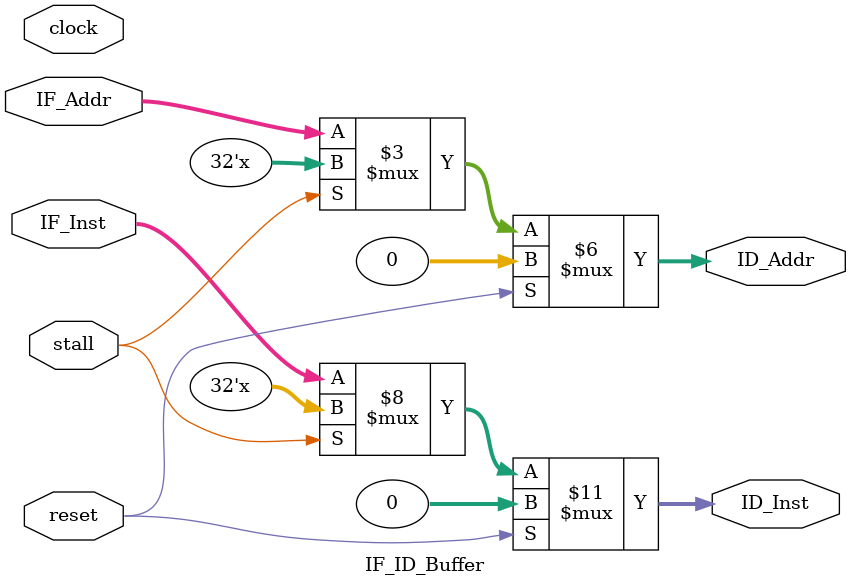
<source format=v>
module IF_ID_Buffer(clock, stall, reset, IF_Inst, IF_Addr, ID_Inst, ID_Addr);
  input clock, stall, reset;
  input[31:0] IF_Inst, IF_Addr;
  output reg[31:0] ID_Inst, ID_Addr;
  
  always @(clock)
    if (reset)
      begin
        ID_Inst <= 0;
        ID_Addr <= 0;
      end
    else if (~stall)
      begin
        ID_Inst <= IF_Inst;       
        ID_Addr <= IF_Addr;
      end

endmodule
</source>
